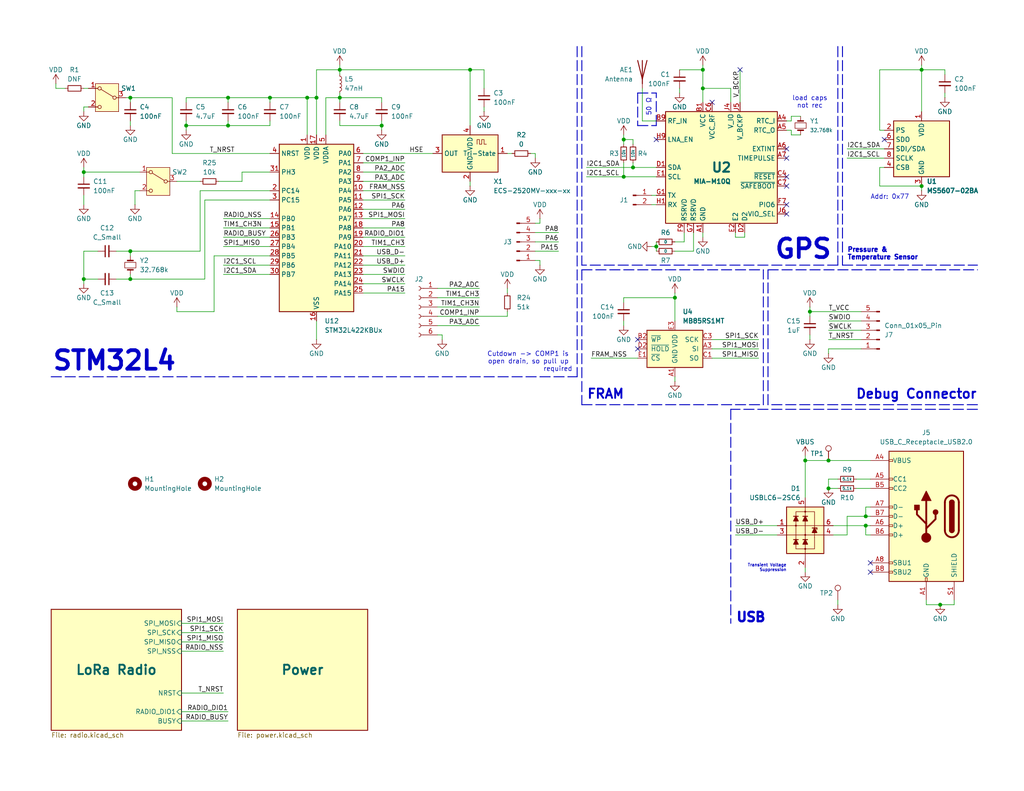
<source format=kicad_sch>
(kicad_sch (version 20231120) (generator "eeschema") (generator_version "8.0")
  (paper "USLetter")
  (title_block (title "T1000 - Digital & RF") (date "2024-09-06") (rev "V0") (company "UMDBPP") (comment 1 "Michael Shipman") (comment 2 "ENEE499L"))
  (junction (at 35.56 76.2))
  (junction (at 22.86 46.99))
  (junction (at 191.77 24.13))
  (junction (at 35.56 68.58))
  (junction (at 62.23 26.67))
  (junction (at 236.22 143.51))
  (junction (at 22.86 76.2))
  (junction (at 219.71 125.73))
  (junction (at 236.22 140.97))
  (junction (at 128.27 19.05))
  (junction (at 83.82 26.67))
  (junction (at 191.77 19.05))
  (junction (at 92.71 19.05))
  (junction (at 104.14 34.29))
  (junction (at 62.23 34.29))
  (junction (at 170.18 48.26))
  (junction (at 86.36 26.67))
  (junction (at 172.72 45.72))
  (junction (at 184.15 81.28))
  (junction (at 170.18 38.1))
  (junction (at 73.66 26.67))
  (junction (at 256.54 165.1))
  (junction (at 50.8 34.29))
  (junction (at 92.71 26.67))
  (junction (at 35.56 26.67))
  (junction (at 251.46 50.8))
  (junction (at 226.06 125.73))
  (junction (at 226.06 133.35))
  (junction (at 220.98 85.09))
  (junction (at 179.07 67.31))
  (junction (at 251.46 19.05))
  (no_connect (at 173.99 95.25))
  (no_connect (at 241.3 38.1))
  (no_connect (at 214.63 40.64))
  (no_connect (at 214.63 48.26))
  (no_connect (at 214.63 58.42))
  (no_connect (at 214.63 43.18))
  (no_connect (at 237.49 156.21))
  (no_connect (at 179.07 38.1))
  (no_connect (at 173.99 92.71))
  (no_connect (at 214.63 50.8))
  (no_connect (at 214.63 55.88))
  (no_connect (at 237.49 153.67))
  (no_connect (at 201.93 19.05))
  (no_connect (at 194.31 27.94))
  (polyline (pts (xy 229.87 72.39) (xy 266.7 72.39)) (stroke (width 0.254) (type dash)))
  (polyline (pts (xy 158.75 73.66) (xy 208.28 73.66)) (stroke (width 0.254) (type dash)))
  (wire (pts (xy 170.18 36.83) (xy 170.18 38.1)))
  (polyline (pts (xy 209.55 110.49) (xy 209.55 73.66)) (stroke (width 0.254) (type dash)))
  (wire (pts (xy 92.71 26.67) (xy 104.14 26.67)))
  (wire (pts (xy 104.14 34.29) (xy 92.71 34.29)))
  (wire (pts (xy 99.06 54.61) (xy 110.49 54.61)))
  (polyline (pts (xy 208.28 110.49) (xy 208.28 73.66)) (stroke (width 0.254) (type dash)))
  (wire (pts (xy 119.38 78.74) (xy 130.81 78.74)))
  (wire (pts (xy 48.26 49.53) (xy 54.61 49.53)))
  (wire (pts (xy 237.49 138.43) (xy 236.22 138.43)))
  (wire (pts (xy 160.02 48.26) (xy 170.18 48.26)))
  (wire (pts (xy 99.06 64.77) (xy 110.49 64.77)))
  (wire (pts (xy 194.31 97.79) (xy 207.01 97.79)))
  (wire (pts (xy 54.61 68.58) (xy 54.61 52.07)))
  (wire (pts (xy 46.99 26.67) (xy 46.99 41.91)))
  (wire (pts (xy 179.07 67.31) (xy 177.8 67.31)))
  (wire (pts (xy 62.23 26.67) (xy 73.66 26.67)))
  (polyline (pts (xy 173.99 25.4) (xy 179.07 25.4)) (stroke (width 0.254) (type dash)))
  (wire (pts (xy 170.18 48.26) (xy 179.07 48.26)))
  (wire (pts (xy 185.42 19.05) (xy 191.77 19.05)))
  (wire (pts (xy 226.06 130.81) (xy 228.6 130.81)))
  (wire (pts (xy 184.15 68.58) (xy 189.23 68.58)))
  (wire (pts (xy 146.05 71.12) (xy 147.32 71.12)))
  (wire (pts (xy 104.14 33.02) (xy 104.14 34.29)))
  (polyline (pts (xy 157.48 12.7) (xy 157.48 102.87)) (stroke (width 0.254) (type dash)))
  (wire (pts (xy 22.86 53.34) (xy 22.86 55.88)))
  (wire (pts (xy 128.27 49.53) (xy 128.27 50.8)))
  (polyline (pts (xy 158.75 110.49) (xy 208.28 110.49)) (stroke (width 0.254) (type dash)))
  (wire (pts (xy 194.31 92.71) (xy 207.01 92.71)))
  (wire (pts (xy 99.06 62.23) (xy 110.49 62.23)))
  (polyline (pts (xy 179.07 34.29) (xy 179.07 25.4)) (stroke (width 0.254) (type dash)))
  (wire (pts (xy 99.06 59.69) (xy 110.49 59.69)))
  (wire (pts (xy 227.33 146.05) (xy 231.14 146.05)))
  (wire (pts (xy 58.42 69.85) (xy 58.42 85.09)))
  (wire (pts (xy 139.7 41.91) (xy 138.43 41.91)))
  (wire (pts (xy 22.86 30.48) (xy 22.86 29.21)))
  (wire (pts (xy 170.18 38.1) (xy 170.18 39.37)))
  (wire (pts (xy 203.2 63.5) (xy 203.2 64.77)))
  (wire (pts (xy 175.26 33.02) (xy 179.07 33.02)))
  (wire (pts (xy 62.23 26.67) (xy 62.23 27.94)))
  (wire (pts (xy 99.06 69.85) (xy 110.49 69.85)))
  (wire (pts (xy 17.78 24.13) (xy 15.24 24.13)))
  (wire (pts (xy 99.06 74.93) (xy 110.49 74.93)))
  (wire (pts (xy 172.72 45.72) (xy 179.07 45.72)))
  (wire (pts (xy 35.56 27.94) (xy 35.56 26.67)))
  (wire (pts (xy 251.46 19.05) (xy 257.81 19.05)))
  (wire (pts (xy 31.75 68.58) (xy 35.56 68.58)))
  (wire (pts (xy 86.36 87.63) (xy 86.36 92.71)))
  (wire (pts (xy 160.02 45.72) (xy 172.72 45.72)))
  (wire (pts (xy 257.81 25.4) (xy 257.81 26.67)))
  (polyline (pts (xy 228.6 12.7) (xy 228.6 72.39)) (stroke (width 0.254) (type dash)))
  (wire (pts (xy 186.69 66.04) (xy 186.69 63.5)))
  (wire (pts (xy 99.06 41.91) (xy 118.11 41.91)))
  (wire (pts (xy 146.05 63.5) (xy 152.4 63.5)))
  (wire (pts (xy 212.09 146.05) (xy 200.66 146.05)))
  (wire (pts (xy 240.03 19.05) (xy 240.03 35.56)))
  (wire (pts (xy 86.36 19.05) (xy 86.36 26.67)))
  (wire (pts (xy 35.56 26.67) (xy 46.99 26.67)))
  (wire (pts (xy 99.06 49.53) (xy 110.49 49.53)))
  (wire (pts (xy 172.72 38.1) (xy 172.72 39.37)))
  (wire (pts (xy 147.32 60.96) (xy 147.32 59.69)))
  (wire (pts (xy 237.49 130.81) (xy 233.68 130.81)))
  (wire (pts (xy 73.66 26.67) (xy 73.66 27.94)))
  (wire (pts (xy 251.46 50.8) (xy 251.46 52.07)))
  (wire (pts (xy 215.9 33.02) (xy 215.9 31.75)))
  (wire (pts (xy 146.05 68.58) (xy 152.4 68.58)))
  (wire (pts (xy 260.35 165.1) (xy 256.54 165.1)))
  (wire (pts (xy 226.06 125.73) (xy 219.71 125.73)))
  (wire (pts (xy 219.71 124.46) (xy 219.71 125.73)))
  (wire (pts (xy 191.77 19.05) (xy 191.77 24.13)))
  (wire (pts (xy 220.98 91.44) (xy 220.98 92.71)))
  (wire (pts (xy 59.69 49.53) (xy 66.04 49.53)))
  (wire (pts (xy 132.08 24.13) (xy 132.08 19.05)))
  (wire (pts (xy 49.53 175.26) (xy 60.96 175.26)))
  (wire (pts (xy 22.86 68.58) (xy 26.67 68.58)))
  (wire (pts (xy 146.05 43.18) (xy 146.05 41.91)))
  (wire (pts (xy 22.86 29.21) (xy 24.13 29.21)))
  (wire (pts (xy 55.88 54.61) (xy 73.66 54.61)))
  (wire (pts (xy 237.49 143.51) (xy 236.22 143.51)))
  (polyline (pts (xy 13.97 102.87) (xy 157.48 102.87)) (stroke (width 0.254) (type dash)))
  (wire (pts (xy 234.95 87.63) (xy 226.06 87.63)))
  (wire (pts (xy 251.46 19.05) (xy 251.46 30.48)))
  (wire (pts (xy 120.65 92.71) (xy 120.65 91.44)))
  (wire (pts (xy 92.71 25.4) (xy 92.71 26.67)))
  (wire (pts (xy 99.06 67.31) (xy 110.49 67.31)))
  (wire (pts (xy 83.82 36.83) (xy 83.82 26.67)))
  (wire (pts (xy 60.96 62.23) (xy 73.66 62.23)))
  (wire (pts (xy 226.06 95.25) (xy 226.06 96.52)))
  (wire (pts (xy 146.05 66.04) (xy 152.4 66.04)))
  (wire (pts (xy 214.63 35.56) (xy 215.9 35.56)))
  (wire (pts (xy 173.99 97.79) (xy 161.29 97.79)))
  (wire (pts (xy 22.86 76.2) (xy 26.67 76.2)))
  (wire (pts (xy 110.49 44.45) (xy 99.06 44.45)))
  (wire (pts (xy 60.96 74.93) (xy 73.66 74.93)))
  (wire (pts (xy 22.86 77.47) (xy 22.86 76.2)))
  (wire (pts (xy 240.03 45.72) (xy 241.3 45.72)))
  (wire (pts (xy 35.56 26.67) (xy 34.29 26.67)))
  (wire (pts (xy 119.38 86.36) (xy 138.43 86.36)))
  (wire (pts (xy 191.77 17.78) (xy 191.77 19.05)))
  (wire (pts (xy 237.49 125.73) (xy 226.06 125.73)))
  (wire (pts (xy 128.27 19.05) (xy 132.08 19.05)))
  (wire (pts (xy 234.95 95.25) (xy 226.06 95.25)))
  (wire (pts (xy 231.14 43.18) (xy 241.3 43.18)))
  (wire (pts (xy 220.98 85.09) (xy 234.95 85.09)))
  (wire (pts (xy 231.14 146.05) (xy 231.14 140.97)))
  (wire (pts (xy 15.24 24.13) (xy 15.24 22.86)))
  (wire (pts (xy 92.71 34.29) (xy 92.71 33.02)))
  (wire (pts (xy 99.06 57.15) (xy 110.49 57.15)))
  (wire (pts (xy 132.08 29.21) (xy 132.08 30.48)))
  (wire (pts (xy 22.86 48.26) (xy 22.86 46.99)))
  (wire (pts (xy 220.98 86.36) (xy 220.98 85.09)))
  (polyline (pts (xy 173.99 25.4) (xy 173.99 34.29)) (stroke (width 0.254) (type dash)))
  (wire (pts (xy 60.96 67.31) (xy 73.66 67.31)))
  (polyline (pts (xy 266.7 111.76) (xy 199.39 111.76)) (stroke (width 0.254) (type dash)))
  (wire (pts (xy 201.93 19.05) (xy 201.93 27.94)))
  (wire (pts (xy 86.36 26.67) (xy 83.82 26.67)))
  (wire (pts (xy 226.06 92.71) (xy 234.95 92.71)))
  (wire (pts (xy 240.03 50.8) (xy 251.46 50.8)))
  (wire (pts (xy 184.15 81.28) (xy 184.15 87.63)))
  (wire (pts (xy 215.9 31.75) (xy 218.44 31.75)))
  (wire (pts (xy 252.73 165.1) (xy 256.54 165.1)))
  (wire (pts (xy 66.04 49.53) (xy 66.04 46.99)))
  (wire (pts (xy 212.09 143.51) (xy 200.66 143.51)))
  (wire (pts (xy 50.8 26.67) (xy 62.23 26.67)))
  (wire (pts (xy 50.8 27.94) (xy 50.8 26.67)))
  (wire (pts (xy 92.71 27.94) (xy 92.71 26.67)))
  (wire (pts (xy 191.77 63.5) (xy 191.77 64.77)))
  (wire (pts (xy 35.56 76.2) (xy 55.88 76.2)))
  (wire (pts (xy 236.22 146.05) (xy 237.49 146.05)))
  (wire (pts (xy 49.53 196.85) (xy 62.23 196.85)))
  (wire (pts (xy 240.03 19.05) (xy 251.46 19.05)))
  (wire (pts (xy 119.38 81.28) (xy 130.81 81.28)))
  (wire (pts (xy 50.8 34.29) (xy 50.8 35.56)))
  (wire (pts (xy 92.71 17.78) (xy 92.71 19.05)))
  (wire (pts (xy 86.36 36.83) (xy 86.36 26.67)))
  (wire (pts (xy 260.35 163.83) (xy 260.35 165.1)))
  (wire (pts (xy 170.18 87.63) (xy 170.18 88.9)))
  (wire (pts (xy 147.32 71.12) (xy 147.32 72.39)))
  (wire (pts (xy 35.56 33.02) (xy 35.56 34.29)))
  (wire (pts (xy 83.82 26.67) (xy 73.66 26.67)))
  (wire (pts (xy 48.26 83.82) (xy 48.26 85.09)))
  (wire (pts (xy 220.98 83.82) (xy 220.98 85.09)))
  (wire (pts (xy 179.07 66.04) (xy 179.07 67.31)))
  (wire (pts (xy 73.66 34.29) (xy 62.23 34.29)))
  (wire (pts (xy 62.23 33.02) (xy 62.23 34.29)))
  (wire (pts (xy 184.15 102.87) (xy 184.15 104.14)))
  (wire (pts (xy 170.18 81.28) (xy 170.18 82.55)))
  (wire (pts (xy 66.04 46.99) (xy 73.66 46.99)))
  (wire (pts (xy 92.71 19.05) (xy 128.27 19.05)))
  (wire (pts (xy 138.43 80.01) (xy 138.43 78.74)))
  (wire (pts (xy 194.31 95.25) (xy 207.01 95.25)))
  (wire (pts (xy 200.66 64.77) (xy 203.2 64.77)))
  (polyline (pts (xy 199.39 111.76) (xy 199.39 170.18)) (stroke (width 0.254) (type dash)))
  (wire (pts (xy 231.14 140.97) (xy 236.22 140.97)))
  (wire (pts (xy 22.86 24.13) (xy 24.13 24.13)))
  (wire (pts (xy 49.53 189.23) (xy 60.96 189.23)))
  (wire (pts (xy 257.81 19.05) (xy 257.81 20.32)))
  (wire (pts (xy 49.53 172.72) (xy 60.96 172.72)))
  (wire (pts (xy 99.06 77.47) (xy 110.49 77.47)))
  (wire (pts (xy 49.53 170.18) (xy 60.96 170.18)))
  (wire (pts (xy 227.33 143.51) (xy 236.22 143.51)))
  (wire (pts (xy 146.05 60.96) (xy 147.32 60.96)))
  (wire (pts (xy 60.96 64.77) (xy 73.66 64.77)))
  (wire (pts (xy 252.73 163.83) (xy 252.73 165.1)))
  (wire (pts (xy 22.86 45.72) (xy 22.86 46.99)))
  (polyline (pts (xy 209.55 73.66) (xy 266.7 73.66)) (stroke (width 0.254) (type dash)))
  (wire (pts (xy 104.14 26.67) (xy 104.14 27.94)))
  (wire (pts (xy 60.96 72.39) (xy 73.66 72.39)))
  (wire (pts (xy 146.05 41.91) (xy 144.78 41.91)))
  (wire (pts (xy 48.26 85.09) (xy 58.42 85.09)))
  (wire (pts (xy 172.72 44.45) (xy 172.72 45.72)))
  (wire (pts (xy 228.6 133.35) (xy 226.06 133.35)))
  (wire (pts (xy 62.23 34.29) (xy 50.8 34.29)))
  (polyline (pts (xy 158.75 73.66) (xy 158.75 110.49)) (stroke (width 0.254) (type dash)))
  (wire (pts (xy 191.77 24.13) (xy 199.39 24.13)))
  (wire (pts (xy 22.86 76.2) (xy 22.86 68.58)))
  (wire (pts (xy 36.83 52.07) (xy 38.1 52.07)))
  (wire (pts (xy 240.03 45.72) (xy 240.03 50.8)))
  (wire (pts (xy 219.71 125.73) (xy 219.71 135.89)))
  (wire (pts (xy 219.71 154.94) (xy 219.71 156.21)))
  (wire (pts (xy 73.66 33.02) (xy 73.66 34.29)))
  (polyline (pts (xy 158.75 12.7) (xy 158.75 72.39)) (stroke (width 0.254) (type dash)))
  (polyline (pts (xy 228.6 72.39) (xy 158.75 72.39)) (stroke (width 0.254) (type dash)))
  (wire (pts (xy 185.42 24.13) (xy 185.42 25.4)))
  (wire (pts (xy 55.88 76.2) (xy 55.88 54.61)))
  (wire (pts (xy 35.56 74.93) (xy 35.56 76.2)))
  (wire (pts (xy 234.95 90.17) (xy 226.06 90.17)))
  (wire (pts (xy 170.18 81.28) (xy 184.15 81.28)))
  (wire (pts (xy 179.07 67.31) (xy 179.07 68.58)))
  (wire (pts (xy 46.99 41.91) (xy 73.66 41.91)))
  (wire (pts (xy 99.06 72.39) (xy 110.49 72.39)))
  (wire (pts (xy 49.53 194.31) (xy 62.23 194.31)))
  (wire (pts (xy 119.38 83.82) (xy 130.81 83.82)))
  (wire (pts (xy 177.8 53.34) (xy 179.07 53.34)))
  (wire (pts (xy 104.14 34.29) (xy 104.14 35.56)))
  (wire (pts (xy 228.6 163.83) (xy 228.6 165.1)))
  (wire (pts (xy 138.43 86.36) (xy 138.43 85.09)))
  (wire (pts (xy 35.56 68.58) (xy 54.61 68.58)))
  (wire (pts (xy 215.9 35.56) (xy 215.9 36.83)))
  (polyline (pts (xy 173.99 34.29) (xy 179.07 34.29)) (stroke (width 0.254) (type dash)))
  (wire (pts (xy 236.22 143.51) (xy 236.22 146.05)))
  (wire (pts (xy 99.06 80.01) (xy 110.49 80.01)))
  (wire (pts (xy 236.22 140.97) (xy 237.49 140.97)))
  (wire (pts (xy 54.61 52.07) (xy 73.66 52.07)))
  (wire (pts (xy 251.46 17.78) (xy 251.46 19.05)))
  (polyline (pts (xy 266.7 110.49) (xy 209.55 110.49)) (stroke (width 0.254) (type dash)))
  (wire (pts (xy 231.14 40.64) (xy 241.3 40.64)))
  (wire (pts (xy 175.26 24.13) (xy 175.26 33.02)))
  (wire (pts (xy 184.15 80.01) (xy 184.15 81.28)))
  (wire (pts (xy 215.9 36.83) (xy 218.44 36.83)))
  (wire (pts (xy 50.8 34.29) (xy 50.8 33.02)))
  (wire (pts (xy 60.96 59.69) (xy 73.66 59.69)))
  (wire (pts (xy 99.06 52.07) (xy 110.49 52.07)))
  (wire (pts (xy 92.71 19.05) (xy 86.36 19.05)))
  (wire (pts (xy 189.23 68.58) (xy 189.23 63.5)))
  (wire (pts (xy 119.38 88.9) (xy 130.81 88.9)))
  (wire (pts (xy 200.66 63.5) (xy 200.66 64.77)))
  (wire (pts (xy 199.39 27.94) (xy 199.39 24.13)))
  (wire (pts (xy 22.86 46.99) (xy 38.1 46.99)))
  (wire (pts (xy 226.06 133.35) (xy 226.06 130.81)))
  (wire (pts (xy 214.63 33.02) (xy 215.9 33.02)))
  (polyline (pts (xy 229.87 12.7) (xy 229.87 72.39)) (stroke (width 0.254) (type dash)))
  (wire (pts (xy 128.27 19.05) (xy 128.27 34.29)))
  (wire (pts (xy 36.83 52.07) (xy 36.83 55.88)))
  (wire (pts (xy 170.18 38.1) (xy 172.72 38.1)))
  (wire (pts (xy 31.75 76.2) (xy 35.56 76.2)))
  (wire (pts (xy 58.42 69.85) (xy 73.66 69.85)))
  (wire (pts (xy 191.77 24.13) (xy 191.77 27.94)))
  (wire (pts (xy 99.06 46.99) (xy 110.49 46.99)))
  (wire (pts (xy 240.03 35.56) (xy 241.3 35.56)))
  (wire (pts (xy 120.65 91.44) (xy 119.38 91.44)))
  (wire (pts (xy 237.49 133.35) (xy 233.68 133.35)))
  (wire (pts (xy 92.71 26.67) (xy 88.9 26.67)))
  (wire (pts (xy 184.15 66.04) (xy 186.69 66.04)))
  (wire (pts (xy 49.53 177.8) (xy 60.96 177.8)))
  (wire (pts (xy 236.22 138.43) (xy 236.22 140.97)))
  (wire (pts (xy 88.9 26.67) (xy 88.9 36.83)))
  (wire (pts (xy 170.18 44.45) (xy 170.18 48.26)))
  (wire (pts (xy 92.71 19.05) (xy 92.71 20.32)))
  (wire (pts (xy 35.56 68.58) (xy 35.56 69.85)))
  (wire (pts (xy 177.8 55.88) (xy 179.07 55.88)))
  (text "load caps\nnot rec" (at 220.98 27.94 0) (effects (font (size 1.27 1.27))))
  (text "GPS" (at 227.33 71.12 0) (effects (font (size 5.08 5.08) (thickness 1.016) (bold yes)) (justify right bottom)))
  (text "Transient Voltage\nSuppression" (at 214.63 156.21 0) (effects (font (size 0.8 0.8)) (justify right bottom)))
  (text "Debug Connector" (at 266.7 109.22 0) (effects (font (size 2.54 2.54) (thickness 0.508) (bold yes)) (justify right bottom)))
  (text "Cutdown -> COMP1 is \nopen drain, so pull up \nrequired" (at 156.21 101.6 0) (effects (font (size 1.27 1.27)) (justify right bottom)))
  (text "FRAM" (at 160.02 109.22 0) (effects (font (size 2.54 2.54) (thickness 0.508) (bold yes)) (justify left bottom)))
  (text "50 Ω" (at 177.8 31.75 90) (effects (font (size 1.27 1.27)) (justify left bottom)))
  (text "USB" (at 200.66 170.18 0) (effects (font (size 2.54 2.54) (thickness 1.016) (bold yes)) (justify left bottom)))
  (text "Pressure &\nTemperature Sensor" (at 231.14 71.12 0) (effects (font (size 1.27 1.27) (thickness 0.508) (bold yes)) (justify left bottom)))
  (text "STM32L4" (at 13.97 101.6 0) (effects (font (size 5.08 5.08) (thickness 1.016) (bold yes)) (justify left bottom)))
  (text "Addr: 0x77" (at 237.49 54.61 0) (effects (font (size 1.27 1.27)) (justify left bottom)))
  (label "HSE" (at 115.57 41.91 180))
  (label "SWCLK" (at 110.49 77.47 180))
  (label "PA15" (at 110.49 80.01 180))
  (label "TIM1_CH3" (at 110.49 67.31 180))
  (label "PA3_ADC" (at 110.49 49.53 180))
  (label "SPI1_MISO" (at 207.01 97.79 180))
  (label "RADIO_NSS" (at 60.96 59.69 0))
  (label "SPI1_MOSI" (at 60.96 170.18 180))
  (label "PA6" (at 110.49 57.15 180))
  (label "RADIO_NSS" (at 60.96 177.8 180))
  (label "I2C1_SCL" (at 231.14 43.18 0))
  (label "T_NRST" (at 57.15 41.91 0))
  (label "PA8" (at 110.49 62.23 180))
  (label "TIM1_CH3N" (at 60.96 62.23 0))
  (label "FRAM_NSS" (at 161.29 97.79 0))
  (label "I2C1_SCL" (at 160.02 48.26 0))
  (label "USB_D-" (at 200.66 146.05 0))
  (label "RADIO_DIO1" (at 62.23 194.31 180))
  (label "SWDIO" (at 110.49 74.93 180))
  (label "PA8" (at 152.4 63.5 180))
  (label "TIM1_CH3N" (at 130.81 83.82 180))
  (label "RADIO_BUSY" (at 60.96 64.77 0))
  (label "SWDIO" (at 226.06 87.63 0))
  (label "COMP1_INP" (at 130.81 86.36 180))
  (label "SWCLK" (at 226.06 90.17 0))
  (label "PA3_ADC" (at 130.81 88.9 180))
  (label "PA15" (at 152.4 68.58 180))
  (label "I2C1_SDA" (at 160.02 45.72 0))
  (label "SPI1_SCK" (at 60.96 172.72 180))
  (label "I2C1_SCL" (at 60.96 72.39 0))
  (label "USB_D+" (at 200.66 143.51 0))
  (label "T_VCC" (at 226.06 85.09 0))
  (label "T_NRST" (at 60.96 189.23 180))
  (label "SPI1_MISO" (at 60.96 67.31 0))
  (label "USB_D+" (at 110.49 72.39 180))
  (label "RADIO_DIO1" (at 110.49 64.77 180))
  (label "SPI1_MOSI" (at 110.49 59.69 180))
  (label "SPI1_MOSI" (at 207.01 95.25 180))
  (label "T_NRST" (at 226.06 92.71 0))
  (label "SPI1_MISO" (at 60.96 175.26 180))
  (label "TIM1_CH3" (at 130.81 81.28 180))
  (label "I2C1_SDA" (at 60.96 74.93 0))
  (label "RADIO_BUSY" (at 62.23 196.85 180))
  (label "PA6" (at 152.4 66.04 180))
  (label "V_BCKP" (at 201.93 26.67 90))
  (label "PA2_ADC" (at 130.81 78.74 180))
  (label "USB_D-" (at 110.49 69.85 180))
  (label "COMP1_INP" (at 110.49 44.45 180))
  (label "PA2_ADC" (at 110.49 46.99 180))
  (label "FRAM_NSS" (at 110.49 52.07 180))
  (label "I2C1_SDA" (at 231.14 40.64 0))
  (label "SPI1_SCK" (at 207.01 92.71 180))
  (label "SPI1_SCK" (at 110.49 54.61 180))
  (symbol (lib_id "Device:R_Small") (at 231.14 130.81 270) (mirror x) (unit 1)
    (property "Reference" "R9" (at 231.14 128.27 90))
    (property "Value" "5.1k" (at 231.14 130.81 90) (effects (font (size 0.8 0.8))))
    (property "Footprint" "Resistor_SMD:R_0402_1005Metric" (effects (hide yes)))
  )
  (symbol (lib_id "Device:R_Small") (at 181.61 68.58 270) (unit 1)
    (property "Reference" "R7" (at 181.61 71.12 90))
    (property "Value" "0" (at 181.61 68.58 90) (effects (font (size 0.8 0.8))))
    (property "Footprint" "Resistor_SMD:R_0402_1005Metric" (effects (hide yes)))
  )
  (symbol (lib_id "MCU_ST_STM32L4:STM32L422KBUx") (at 86.36 62.23 0) (unit 1)
    (property "Reference" "U12" (at 88.5541 87.63 0) (effects (justify left)))
    (property "Value" "STM32L422KBUx" (at 88.5541 90.17 0) (effects (justify left)))
    (property "Footprint" "Package_DFN_QFN:QFN-32-1EP_5x5mm_P0.5mm_EP3.45x3.45mm" (effects (hide yes)))
    (property "Datasheet" "https://www.st.com/resource/en/datasheet/stm32l422kb.pdf" (effects (hide yes)))
    (property "Description" "STMicroelectronics Arm Cortex-M4 MCU, 128KB flash, 40KB RAM, 80 MHz, 1.71-3.6V, 26 GPIO, UFQFPN32" (effects (hide yes)))
  )
  (symbol (lib_id "Device:R_Small") (at 142.24 41.91 90) (unit 1)
    (property "Reference" "R2" (at 142.24 36.83 90))
    (property "Value" "0" (at 142.24 39.37 90))
    (property "Footprint" "Resistor_SMD:R_0402_1005Metric" (effects (hide yes)))
    (property "Description" "Resistor, small symbol" (effects (hide yes)))
  )
  (symbol (lib_name "SW_SPDT_2") (lib_id "Switch:SW_SPDT") (at 43.18 49.53 0) (mirror y) (unit 1)
    (property "Reference" "SW2" (at 46.99 46.99 0) (effects (justify right)))
    (property "Value" "SW_SPDT" (effects (hide yes)))
    (property "Footprint" "BPP_Lib:CAS-120TB_NDC-M" (effects (hide yes)))
    (property "Description" "Switch, single pole double throw" (effects (hide yes)))
  )
  (symbol (lib_id "power:GND") (at 146.05 43.18 0) (unit 1)
    (property "Reference" "#PWR013" (effects (hide yes)))
    (property "Value" "GND" (at 146.05 46.99 0))
    (property "Description" "Power symbol creates a global label with name \"GND\" , ground" (effects (hide yes)))
  )
  (symbol (lib_id "power:GND") (at 257.81 26.67 0) (unit 1)
    (property "Reference" "#PWR06" (effects (hide yes)))
    (property "Value" "GND" (at 257.81 30.48 0))
  )
  (symbol (lib_id "Memory_NVRAM:MB85RS1MT") (at 184.15 95.25 0) (unit 1)
    (property "Reference" "U4" (at 186.1059 85.09 0) (effects (font (bold yes)) (justify left)))
    (property "Value" "MB85RS1MT" (at 186.1059 87.63 0) (effects (font (bold yes)) (justify left)))
    (property "Footprint" "BPP_Lib:BGA8CP30X40_5X3_309X228X35B25N" (effects (hide yes)))
    (property "Datasheet" "http://www.fujitsu.com/downloads/MICRO/fsa/pdf/products/memory/fram/MB85RS16-DS501-00014-6v0-E.pdf" (effects (hide yes)))
  )
  (symbol (lib_name "SW_SPDT_2") (lib_id "Switch:SW_SPDT") (at 29.21 26.67 0) (mirror y) (unit 1)
    (property "Reference" "SW1" (at 33.02 24.13 0) (effects (justify right)))
    (property "Value" "SW_SPDT" (effects (hide yes)))
    (property "Footprint" "BPP_Lib:CAS-120TB_NDC-M" (effects (hide yes)))
    (property "Description" "Switch, single pole double throw" (effects (hide yes)))
  )
  (symbol (lib_id "power:GND") (at 219.71 156.21 0) (mirror y) (unit 1)
    (property "Reference" "#PWR042" (effects (hide yes)))
    (property "Value" "GND" (at 219.71 160.02 0))
  )
  (symbol (lib_id "Device:Crystal_Small") (at 35.56 72.39 270) (unit 1)
    (property "Reference" "Y2" (at 38.1 71.1199 90) (effects (justify left)))
    (property "Value" "32.768k" (at 38.1 73.6599 90) (effects (justify left)))
    (property "Footprint" "Crystal:Crystal_SMD_3215-2Pin_3.2x1.5mm" (effects (hide yes)))
    (property "Description" "32.768kHz" (effects (hide yes)))
  )
  (symbol (lib_id "Device:C_Small") (at 29.21 68.58 90) (unit 1)
    (property "Reference" "C12" (at 29.2163 62.23 90))
    (property "Value" "C_Small" (at 29.2163 64.77 90))
    (property "Footprint" "Capacitor_SMD:C_0402_1005Metric" (effects (hide yes)))
    (property "Description" "Unpolarized capacitor, small symbol" (effects (hide yes)))
  )
  (symbol (lib_id "power:GND") (at 22.86 77.47 0) (unit 1)
    (property "Reference" "#PWR021" (effects (hide yes)))
    (property "Value" "GND" (at 22.86 81.28 0))
    (property "Description" "Power symbol creates a global label with name \"GND\" , ground" (effects (hide yes)))
  )
  (symbol (lib_id "power:GND") (at 184.15 104.14 0) (unit 1)
    (property "Reference" "#PWR032" (effects (hide yes)))
    (property "Value" "GND" (at 184.15 107.95 0))
  )
  (symbol (lib_id "power:GND") (at 251.46 52.07 0) (unit 1)
    (property "Reference" "#PWR016" (effects (hide yes)))
    (property "Value" "GND" (at 251.46 55.88 0))
  )
  (symbol (lib_id "Device:C_Small") (at 62.23 30.48 0) (unit 1)
    (property "Reference" "C6" (at 64.77 29.2162 0) (effects (justify left)))
    (property "Value" "100nF" (at 64.77 31.7562 0) (effects (justify left)))
    (property "Footprint" "Capacitor_SMD:C_0402_1005Metric" (effects (hide yes)))
    (property "Description" "Unpolarized capacitor, small symbol" (effects (hide yes)))
  )
  (symbol (lib_id "Connector:TestPoint") (at 228.6 163.83 0) (mirror y) (unit 1)
    (property "Reference" "TP2" (at 227.33 161.925 0) (effects (justify left)))
    (property "Value" "TestPoint" (effects (hide yes)))
    (property "Footprint" "TestPoint:TestPoint_Pad_D1.0mm" (effects (hide yes)))
  )
  (symbol (lib_id "power:VBUS") (at 219.71 124.46 0) (mirror y) (unit 1)
    (property "Reference" "#PWR035" (effects (hide yes)))
    (property "Value" "VBUS" (at 219.71 120.65 0))
  )
  (symbol (lib_id "Device:C_Small") (at 185.42 21.59 0) (mirror y) (unit 1)
    (property "Reference" "C1" (at 182.88 20.3263 0) (effects (justify left)))
    (property "Value" "100nF" (at 182.88 22.8663 0) (effects (justify left)))
    (property "Footprint" "Capacitor_SMD:C_0402_1005Metric" (effects (hide yes)))
  )
  (symbol (lib_id "Device:R_Small") (at 231.14 133.35 270) (mirror x) (unit 1)
    (property "Reference" "R10" (at 231.14 135.89 90))
    (property "Value" "5.1k" (at 231.14 133.35 90) (effects (font (size 0.8 0.8))))
    (property "Footprint" "Resistor_SMD:R_0402_1005Metric" (effects (hide yes)))
  )
  (symbol (lib_id "Connector:Conn_01x05_Pin") (at 140.97 66.04 0) (mirror x) (unit 1)
    (property "Reference" "J3" (at 139.7 66.04 0) (effects (justify right)))
    (property "Value" "Conn_01x05_Pin" (effects (hide yes)))
    (property "Footprint" "Connector_PinHeader_2.54mm:PinHeader_1x05_P2.54mm_Vertical" (effects (hide yes)))
    (property "Description" "Generic connector, single row, 01x05, script generated" (effects (hide yes)))
  )
  (symbol (lib_name "GND_19") (lib_id "power:GND") (at 191.77 64.77 0) (unit 1)
    (property "Reference" "#PWR019" (effects (hide yes)))
    (property "Value" "GND" (at 191.77 68.58 0))
  )
  (symbol (lib_id "Device:C_Small") (at 104.14 30.48 0) (unit 1)
    (property "Reference" "C9" (at 106.68 29.2162 0) (effects (justify left)))
    (property "Value" "100nF" (at 106.68 31.7562 0) (effects (justify left)))
    (property "Footprint" "Capacitor_SMD:C_0402_1005Metric" (effects (hide yes)))
    (property "Description" "Unpolarized capacitor, small symbol" (effects (hide yes)))
  )
  (symbol (lib_id "power:VDD") (at 220.98 83.82 0) (unit 1)
    (property "Reference" "#PWR024" (effects (hide yes)))
    (property "Value" "VDD" (at 220.98 80.01 0))
    (property "Description" "Power symbol creates a global label with name \"VDD\"" (effects (hide yes)))
  )
  (symbol (lib_id "power:GND") (at 226.06 96.52 0) (unit 1)
    (property "Reference" "#PWR028" (effects (hide yes)))
    (property "Value" "GND" (at 226.06 100.33 0))
    (property "Description" "Power symbol creates a global label with name \"GND\" , ground" (effects (hide yes)))
  )
  (symbol (lib_id "Diode_TVS_AKL:USBLC6-2SC6") (at 219.71 143.51 0) (unit 1)
    (property "Reference" "D1" (at 218.44 133.35 0) (effects (justify right)))
    (property "Value" "USBLC6-2SC6" (at 218.44 135.89 0) (effects (justify right)))
    (property "Footprint" "Package_TO_SOT_SMD:TSOT-23-6" (effects (hide yes)))
    (property "Datasheet" "https://www.tme.eu/Document/db59d28d28a96c34f26d05f234ff409c/USBLC6-2.pdf" (effects (hide yes)))
  )
  (symbol (lib_id "power:GND") (at 22.86 55.88 0) (unit 1)
    (property "Reference" "#PWR017" (effects (hide yes)))
    (property "Value" "GND" (at 22.86 59.69 0))
    (property "Description" "Power symbol creates a global label with name \"GND\" , ground" (effects (hide yes)))
  )
  (symbol (lib_id "Device:R_Small") (at 20.32 24.13 90) (unit 1)
    (property "Reference" "R1" (at 20.32 19.05 90))
    (property "Value" "DNF" (at 20.32 21.59 90))
    (property "Footprint" "Resistor_SMD:R_0402_1005Metric" (effects (hide yes)))
    (property "Description" "Resistor, small symbol" (effects (hide yes)))
  )
  (symbol (lib_id "power:GND") (at 22.86 30.48 0) (unit 1)
    (property "Reference" "#PWR07" (effects (hide yes)))
    (property "Value" "GND" (at 22.86 34.29 0))
    (property "Description" "Power symbol creates a global label with name \"GND\" , ground" (effects (hide yes)))
  )
  (symbol (lib_id "Connector:Conn_01x02_Pin") (at 172.72 53.34 0) (unit 1)
    (property "Reference" "J1" (at 171.45 54.61 0) (effects (justify right)))
    (property "Value" "Conn_01x02_Pin" (effects (hide yes)))
    (property "Footprint" "Connector_PinHeader_2.54mm:PinHeader_1x02_P2.54mm_Vertical" (effects (hide yes)))
    (property "Description" "Generic connector, single row, 01x02, script generated" (effects (hide yes)))
  )
  (symbol (lib_name "GND_3") (lib_id "power:GND") (at 256.54 165.1 0) (mirror y) (unit 1)
    (property "Reference" "#PWR048" (effects (hide yes)))
    (property "Value" "GND" (at 256.54 168.91 0))
  )
  (symbol (lib_name "Crystal_Small_1") (lib_id "Device:Crystal_Small") (at 218.44 34.29 90) (unit 1)
    (property "Reference" "Y1" (at 220.98 33.02 90) (effects (justify right)))
    (property "Value" "32.768k" (at 220.98 35.56 90) (effects (font (size 1 1)) (justify right)))
    (property "Footprint" "Crystal:Crystal_SMD_3215-2Pin_3.2x1.5mm" (effects (hide yes)))
    (property "Datasheet" "https://support.epson.biz/td/api/doc_check.php?dl=brief_FC-135&lang=en" (effects (hide yes)))
    (property "Description" "FC-135 32.7680KA-AG5" (effects (hide yes)))
  )
  (symbol (lib_id "Device:C_Small") (at 220.98 88.9 0) (unit 1)
    (property "Reference" "C15" (at 218.44 87.6362 0) (effects (justify right)))
    (property "Value" "1uF" (at 218.44 90.1762 0) (effects (justify right)))
    (property "Footprint" "Capacitor_SMD:C_0603_1608Metric" (effects (hide yes)))
    (property "Description" "Unpolarized capacitor, small symbol" (effects (hide yes)))
  )
  (symbol (lib_id "Connector:TestPoint") (at 226.06 125.73 0) (mirror y) (unit 1)
    (property "Reference" "TP1" (at 224.79 123.825 0) (effects (justify left)))
    (property "Value" "TestPoint" (effects (hide yes)))
    (property "Footprint" "TestPoint:TestPoint_Pad_D1.0mm" (effects (hide yes)))
  )
  (symbol (lib_id "Device:R_Small") (at 170.18 41.91 0) (unit 1)
    (property "Reference" "R3" (at 168.91 41.91 0) (effects (justify right)))
    (property "Value" "10k" (at 170.18 41.91 90) (effects (font (size 0.8 0.8))))
    (property "Footprint" "Resistor_SMD:R_0402_1005Metric" (effects (hide yes)))
  )
  (symbol (lib_id "Connector:Conn_01x06_Socket") (at 114.3 83.82 0) (mirror y) (unit 1)
    (property "Reference" "J2" (at 114.3 76.2 0))
    (property "Value" "Conn_01x06_Socket" (effects (hide yes)))
    (property "Footprint" "Connector_PinHeader_2.54mm:PinHeader_1x06_P2.54mm_Vertical" (effects (hide yes)))
    (property "Description" "Generic connector, single row, 01x06, script generated" (effects (hide yes)))
  )
  (symbol (lib_id "power:VDD") (at 138.43 78.74 0) (unit 1)
    (property "Reference" "#PWR067" (effects (hide yes)))
    (property "Value" "VDD" (at 138.43 74.93 0))
    (property "Description" "Power symbol creates a global label with name \"VDD\"" (effects (hide yes)))
  )
  (symbol (lib_name "GND_20") (lib_id "power:GND") (at 177.8 67.31 270) (unit 1)
    (property "Reference" "#PWR020" (effects (hide yes)))
    (property "Value" "GND" (at 175.26 67.31 90) (effects (justify right)))
  )
  (symbol (lib_id "power:GND") (at 50.8 35.56 0) (unit 1)
    (property "Reference" "#PWR010" (effects (hide yes)))
    (property "Value" "GND" (at 50.8 39.37 0))
    (property "Description" "Power symbol creates a global label with name \"GND\" , ground" (effects (hide yes)))
  )
  (symbol (lib_id "Device:L_Small") (at 92.71 22.86 0) (unit 1)
    (property "Reference" "L5" (at 93.98 21.5899 0) (effects (justify left)))
    (property "Value" "47nH" (at 93.98 24.1299 0) (effects (justify left)))
    (property "Footprint" "Inductor_SMD:L_0402_1005Metric" (effects (hide yes)))
    (property "Description" "LQW15AN47NJ00D" (effects (hide yes)))
  )
  (symbol (lib_id "Connector:USB_C_Receptacle_USB2.0") (at 252.73 140.97 0) (mirror y) (unit 1)
    (property "Reference" "J5" (at 252.73 118.11 0))
    (property "Value" "USB_C_Receptacle_USB2.0" (at 252.73 120.65 0))
    (property "Footprint" "Connector_USB:USB_C_Receptacle_GCT_USB4105-xx-A_16P_TopMnt_Horizontal" (effects (hide yes)))
    (property "Datasheet" "https://www.usb.org/sites/default/files/documents/usb_type-c.zip" (effects (hide yes)))
  )
  (symbol (lib_id "Device:C_Small") (at 170.18 85.09 0) (mirror y) (unit 1)
    (property "Reference" "C14" (at 167.64 83.8263 0) (effects (justify left)))
    (property "Value" "100nF" (at 167.64 86.3663 0) (effects (justify left)))
    (property "Footprint" "Capacitor_SMD:C_0402_1005Metric" (effects (hide yes)))
  )
  (symbol (lib_id "power:GND") (at 220.98 92.71 0) (unit 1)
    (property "Reference" "#PWR027" (effects (hide yes)))
    (property "Value" "GND" (at 220.98 96.52 0))
    (property "Description" "Power symbol creates a global label with name \"GND\" , ground" (effects (hide yes)))
  )
  (symbol (lib_id "Device:R_Small") (at 57.15 49.53 90) (unit 1)
    (property "Reference" "R25" (at 57.15 44.45 90))
    (property "Value" "10k" (at 57.15 46.99 90))
    (property "Footprint" "Resistor_SMD:R_0402_1005Metric" (effects (hide yes)))
    (property "Description" "Resistor, small symbol" (effects (hide yes)))
  )
  (symbol (lib_id "Device:Antenna") (at 175.26 19.05 0) (mirror y) (unit 1)
    (property "Reference" "AE1" (at 172.72 19.05 0) (effects (justify left)))
    (property "Value" "Antenna" (at 172.72 21.59 0) (effects (justify left)))
    (property "Footprint" "BPP_Lib:ANT_1575AT_JOT-M" (effects (hide yes)))
  )
  (symbol (lib_id "power:GND") (at 170.18 88.9 0) (unit 1)
    (property "Reference" "#PWR026" (effects (hide yes)))
    (property "Value" "GND" (at 170.18 92.71 0))
  )
  (symbol (lib_id "Device:C_Small") (at 257.81 22.86 0) (unit 1)
    (property "Reference" "C2" (at 260.35 21.5962 0) (effects (justify left)))
    (property "Value" "100nF" (at 260.35 24.1362 0) (effects (justify left)))
    (property "Footprint" "Capacitor_SMD:C_0402_1005Metric" (effects (hide yes)))
  )
  (symbol (lib_id "power:GND") (at 226.06 133.35 0) (mirror y) (unit 1)
    (property "Reference" "#PWR037" (effects (hide yes)))
    (property "Value" "GND" (at 226.06 137.16 0))
  )
  (symbol (lib_id "power:VDD") (at 147.32 59.69 0) (unit 1)
    (property "Reference" "#PWR022" (effects (hide yes)))
    (property "Value" "VDD" (at 147.32 55.88 0))
    (property "Description" "Power symbol creates a global label with name \"VDD\"" (effects (hide yes)))
  )
  (symbol (lib_id "power:VDD") (at 48.26 83.82 0) (unit 1)
    (property "Reference" "#PWR031" (effects (hide yes)))
    (property "Value" "VDD" (at 48.26 80.01 0))
    (property "Description" "Power symbol creates a global label with name \"VDD\"" (effects (hide yes)))
  )
  (symbol (lib_id "power:VDD") (at 191.77 17.78 0) (unit 1)
    (property "Reference" "#PWR01" (effects (hide yes)))
    (property "Value" "VDD" (at 191.77 13.97 0))
    (property "Description" "Power symbol creates a global label with name \"VDD\"" (effects (hide yes)))
  )
  (symbol (lib_id "Device:C_Small") (at 35.56 30.48 0) (unit 1)
    (property "Reference" "C4" (at 38.1 29.2162 0) (effects (justify left)))
    (property "Value" "100nF" (at 38.1 31.7562 0) (effects (justify left)))
    (property "Footprint" "Capacitor_SMD:C_0402_1005Metric" (effects (hide yes)))
    (property "Description" "Unpolarized capacitor, small symbol" (effects (hide yes)))
  )
  (symbol (lib_id "power:GND") (at 147.32 72.39 0) (unit 1)
    (property "Reference" "#PWR025" (effects (hide yes)))
    (property "Value" "GND" (at 147.32 76.2 0))
    (property "Description" "Power symbol creates a global label with name \"GND\" , ground" (effects (hide yes)))
  )
  (symbol (lib_id "power:VDD") (at 251.46 17.78 0) (unit 1)
    (property "Reference" "#PWR02" (effects (hide yes)))
    (property "Value" "VDD" (at 251.46 13.97 0))
    (property "Description" "Power symbol creates a global label with name \"VDD\"" (effects (hide yes)))
  )
  (symbol (lib_id "Device:C_Small") (at 22.86 50.8 0) (unit 1)
    (property "Reference" "C11" (at 25.4 49.5362 0) (effects (justify left)))
    (property "Value" "100nF" (at 25.4 52.0762 0) (effects (justify left)))
    (property "Footprint" "Capacitor_SMD:C_0402_1005Metric" (effects (hide yes)))
    (property "Description" "Unpolarized capacitor, small symbol" (effects (hide yes)))
  )
  (symbol (lib_id "Device:C_Small") (at 73.66 30.48 0) (unit 1)
    (property "Reference" "C7" (at 76.2 29.2162 0) (effects (justify left)))
    (property "Value" "100nF" (at 76.2 31.7562 0) (effects (justify left)))
    (property "Footprint" "Capacitor_SMD:C_0402_1005Metric" (effects (hide yes)))
    (property "Description" "Unpolarized capacitor, small symbol" (effects (hide yes)))
  )
  (symbol (lib_id "power:GND") (at 228.6 165.1 0) (mirror y) (unit 1)
    (property "Reference" "#PWR047" (effects (hide yes)))
    (property "Value" "GND" (at 228.6 168.91 0))
  )
  (symbol (lib_id "Mechanical:MountingHole") (at 55.88 132.08 0) (unit 1) (exclude_from_sim yes) (in_bom no)
    (property "Reference" "H2" (at 58.42 130.8099 0) (effects (justify left)))
    (property "Value" "MountingHole" (at 58.42 133.3499 0) (effects (justify left)))
    (property "Footprint" "MountingHole:MountingHole_2.2mm_M2" (effects (hide yes)))
    (property "Description" "Mounting Hole without connection" (effects (hide yes)))
  )
  (symbol (lib_id "Mechanical:MountingHole") (at 36.83 132.08 0) (unit 1) (exclude_from_sim yes) (in_bom no)
    (property "Reference" "H1" (at 39.37 130.8099 0) (effects (justify left)))
    (property "Value" "MountingHole" (at 39.37 133.3499 0) (effects (justify left)))
    (property "Footprint" "MountingHole:MountingHole_2.2mm_M2" (effects (hide yes)))
    (property "Description" "Mounting Hole without connection" (effects (hide yes)))
  )
  (symbol (lib_id "Device:C_Small") (at 92.71 30.48 0) (unit 1)
    (property "Reference" "C8" (at 95.25 29.2162 0) (effects (justify left)))
    (property "Value" "4.7uF" (at 95.25 31.7562 0) (effects (justify left)))
    (property "Footprint" "Capacitor_SMD:C_0603_1608Metric" (effects (hide yes)))
    (property "Description" "Unpolarized capacitor, small symbol" (effects (hide yes)))
  )
  (symbol (lib_id "Device:C_Small") (at 50.8 30.48 0) (unit 1)
    (property "Reference" "C5" (at 53.34 29.2162 0) (effects (justify left)))
    (property "Value" "4.7uF" (at 53.34 31.7562 0) (effects (justify left)))
    (property "Footprint" "Capacitor_SMD:C_0603_1608Metric" (effects (hide yes)))
    (property "Description" "Unpolarized capacitor, small symbol" (effects (hide yes)))
  )
  (symbol (lib_id "Device:C_Small") (at 132.08 26.67 0) (unit 1)
    (property "Reference" "C3" (at 134.62 25.4062 0) (effects (justify left)))
    (property "Value" "100nF" (at 134.62 27.9462 0) (effects (justify left)))
    (property "Footprint" "Capacitor_SMD:C_0402_1005Metric" (effects (hide yes)))
    (property "Description" "Unpolarized capacitor, small symbol" (effects (hide yes)))
  )
  (symbol (lib_id "power:VDD") (at 184.15 80.01 0) (unit 1)
    (property "Reference" "#PWR023" (effects (hide yes)))
    (property "Value" "VDD" (at 184.15 76.2 0))
    (property "Description" "Power symbol creates a global label with name \"VDD\"" (effects (hide yes)))
  )
  (symbol (lib_id "power:GND") (at 104.14 35.56 0) (unit 1)
    (property "Reference" "#PWR011" (effects (hide yes)))
    (property "Value" "GND" (at 104.14 39.37 0))
    (property "Description" "Power symbol creates a global label with name \"GND\" , ground" (effects (hide yes)))
  )
  (symbol (lib_id "Sensor_Pressure:MS5607-02BA") (at 251.46 40.64 0) (unit 1)
    (property "Reference" "U1" (at 252.73 49.53 0) (effects (font (bold yes)) (justify left)))
    (property "Value" "MS5607-02BA" (at 252.73 52.07 0) (effects (font (bold yes)) (justify left)))
    (property "Footprint" "Package_LGA:LGA-8_3x5mm_P1.25mm" (effects (hide yes)))
    (property "Datasheet" "https://www.te.com/commerce/DocumentDelivery/DDEController?Action=showdoc&DocId=Data+Sheet%7FMS5607-02BA03%7FB2%7Fpdf%7FEnglish%7FENG_DS_MS5607-02BA03_B2.pdf%7FCAT-BLPS0035" (effects (hide yes)))
  )
  (symbol (lib_id "power:GND") (at 35.56 34.29 0) (unit 1)
    (property "Reference" "#PWR09" (effects (hide yes)))
    (property "Value" "GND" (at 35.56 38.1 0))
    (property "Description" "Power symbol creates a global label with name \"GND\" , ground" (effects (hide yes)))
  )
  (symbol (lib_id "Connector:Conn_01x05_Pin") (at 240.03 90.17 180) (unit 1)
    (property "Reference" "J7" (at 241.3 91.4401 0) (effects (justify right)))
    (property "Value" "Conn_01x05_Pin" (at 241.3 88.9001 0) (effects (justify right)))
    (property "Footprint" "Connector_PinHeader_2.54mm:PinHeader_1x05_P2.54mm_Vertical" (effects (hide yes)))
    (property "Description" "Generic connector, single row, 01x05, script generated" (effects (hide yes)))
  )
  (symbol (lib_id "Device:C_Small") (at 29.21 76.2 270) (unit 1)
    (property "Reference" "C13" (at 29.21 80.01 90))
    (property "Value" "C_Small" (at 29.21 82.55 90))
    (property "Footprint" "Capacitor_SMD:C_0402_1005Metric" (effects (hide yes)))
    (property "Description" "Unpolarized capacitor, small symbol" (effects (hide yes)))
  )
  (symbol (lib_id "power:VDD") (at 170.18 36.83 0) (unit 1)
    (property "Reference" "#PWR012" (effects (hide yes)))
    (property "Value" "VDD" (at 170.18 33.02 0))
    (property "Description" "Power symbol creates a global label with name \"VDD\"" (effects (hide yes)))
  )
  (symbol (lib_id "power:VDD") (at 92.71 17.78 0) (unit 1)
    (property "Reference" "#PWR03" (effects (hide yes)))
    (property "Value" "VDD" (at 92.71 13.97 0))
    (property "Description" "Power symbol creates a global label with name \"VDD\"" (effects (hide yes)))
  )
  (symbol (lib_id "power:GND") (at 86.36 92.71 0) (unit 1)
    (property "Reference" "#PWR030" (effects (hide yes)))
    (property "Value" "GND" (at 86.36 96.52 0))
    (property "Description" "Power symbol creates a global label with name \"GND\" , ground" (effects (hide yes)))
  )
  (symbol (lib_id "power:GND") (at 120.65 92.71 0) (unit 1)
    (property "Reference" "#PWR029" (effects (hide yes)))
    (property "Value" "GND" (at 120.65 96.52 0))
    (property "Description" "Power symbol creates a global label with name \"GND\" , ground" (effects (hide yes)))
  )
  (symbol (lib_id "power:VDD") (at 15.24 22.86 0) (unit 1)
    (property "Reference" "#PWR04" (effects (hide yes)))
    (property "Value" "VDD" (at 15.24 19.05 0))
    (property "Description" "Power symbol creates a global label with name \"VDD\"" (effects (hide yes)))
  )
  (symbol (lib_name "GND_21") (lib_id "power:GND") (at 185.42 25.4 0) (unit 1)
    (property "Reference" "#PWR05" (effects (hide yes)))
    (property "Value" "GND" (at 185.42 29.21 0))
  )
  (symbol (lib_id "power:GND") (at 128.27 50.8 0) (unit 1)
    (property "Reference" "#PWR015" (effects (hide yes)))
    (property "Value" "GND" (at 128.27 54.61 0))
    (property "Description" "Power symbol creates a global label with name \"GND\" , ground" (effects (hide yes)))
  )
  (symbol (lib_id "Device:R_Small") (at 138.43 82.55 0) (unit 1)
    (property "Reference" "R24" (at 140.97 81.2799 0) (effects (justify left)))
    (property "Value" "51k" (at 140.97 83.8199 0) (effects (justify left)))
    (property "Footprint" "Resistor_SMD:R_0402_1005Metric" (effects (hide yes)))
    (property "Description" "Resistor, small symbol" (effects (hide yes)))
  )
  (symbol (lib_id "Oscillator:ECS-2520MV-xxx-xx") (at 128.27 41.91 0) (mirror y) (unit 1)
    (property "Reference" "X1" (at 134.62 49.53 0) (effects (justify right)))
    (property "Value" "ECS-2520MV-xxx-xx" (at 134.62 52.07 0) (effects (justify right)))
    (property "Footprint" "Oscillator:Oscillator_SMD_ECS_2520MV-xxx-xx-4Pin_2.5x2.0mm" (effects (hide yes)))
    (property "Datasheet" "https://www.ecsxtal.com/store/pdf/ECS-2520MV.pdf" (effects (hide yes)))
    (property "Description" "HCMOS Crystal Clock Oscillator, 2.5x2.0 mm SMD" (effects (hide yes)))
  )
  (symbol (lib_id "Terminator_Lib:MIA-M10Q") (at 196.85 45.72 0) (unit 1)
    (property "Reference" "U2" (at 196.85 45.72 0) (effects (font (size 2.54 2.54) (bold yes))))
    (property "Value" "MIA-M10Q" (at 194.31 49.53 0) (effects (font (bold yes))))
    (property "Footprint" "BPP_Lib:MIA-M10Q" (effects (hide yes)))
  )
  (symbol (lib_id "power:GND") (at 36.83 55.88 0) (unit 1)
    (property "Reference" "#PWR018" (effects (hide yes)))
    (property "Value" "GND" (at 36.83 59.69 0))
    (property "Description" "Power symbol creates a global label with name \"GND\" , ground" (effects (hide yes)))
  )
  (symbol (lib_id "power:VDD") (at 22.86 45.72 0) (unit 1)
    (property "Reference" "#PWR014" (effects (hide yes)))
    (property "Value" "VDD" (at 22.86 41.91 0))
    (property "Description" "Power symbol creates a global label with name \"VDD\"" (effects (hide yes)))
  )
  (symbol (lib_id "power:GND") (at 132.08 30.48 0) (unit 1)
    (property "Reference" "#PWR08" (effects (hide yes)))
    (property "Value" "GND" (at 132.08 34.29 0))
    (property "Description" "Power symbol creates a global label with name \"GND\" , ground" (effects (hide yes)))
  )
  (symbol (lib_id "Device:R_Small") (at 172.72 41.91 0) (unit 1)
    (property "Reference" "R4" (at 173.99 41.91 0) (effects (justify left)))
    (property "Value" "10k" (at 172.72 41.91 90) (effects (font (size 0.8 0.8))))
    (property "Footprint" "Resistor_SMD:R_0402_1005Metric" (effects (hide yes)))
  )
  (symbol (lib_id "Device:R_Small") (at 181.61 66.04 270) (unit 1)
    (property "Reference" "R6" (at 181.61 63.5 90))
    (property "Value" "0" (at 181.61 66.04 90) (effects (font (size 0.8 0.8))))
    (property "Footprint" "Resistor_SMD:R_0402_1005Metric" (effects (hide yes)))
  )
  (sheet (at 64.77 166.37) (size 35.56 33.02) (stroke (width 0.254)) (fill (color 255 255 194 1.0000))
    (property "Sheetname" "Power" (at 82.55 182.88 0) (effects (font (size 2.54 2.54) (bold yes))))
    (property "Sheetfile" "power.kicad_sch" (at 64.77 199.9746 0) (effects (justify left top)))
  )
  (sheet (at 13.97 166.37) (size 35.56 33.02) (stroke (width 0.254)) (fill (color 255 255 194 1.0000))
    (property "Sheetname" "LoRa Radio" (at 31.75 182.88 0) (effects (font (size 2.54 2.54) (bold yes))))
    (property "Sheetfile" "radio.kicad_sch" (at 13.97 199.9746 0) (effects (justify left top)))
    (pin "RADIO_DIO1" input (at 49.53 194.31 0))
    (pin "SPI_MOSI" input (at 49.53 170.18 0))
    (pin "SPI_SCK" input (at 49.53 172.72 0))
    (pin "SPI_MISO" input (at 49.53 175.26 0))
    (pin "SPI_NSS" input (at 49.53 177.8 0))
    (pin "BUSY" input (at 49.53 196.85 0))
    (pin "NRST" input (at 49.53 189.23 0))
  )
)
</source>
